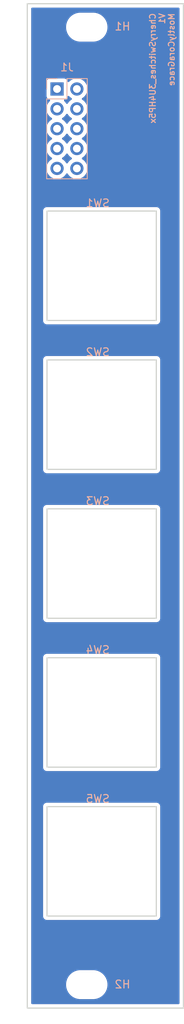
<source format=kicad_pcb>
(kicad_pcb (version 20240108) (generator "pcbnew") (generator_version "8.0")
  (layers (0 "F.Cu" signal) (31 "B.Cu" signal) (34 "B.Paste" user) (35 "F.Paste" user) (36 "B.SilkS" user "B.Silkscreen") (37 "F.SilkS" user "F.Silkscreen") (38 "B.Mask" user) (39 "F.Mask" user) (44 "Edge.Cuts" user))
  (net 0 "")
  (footprint "MountingHole:MountingHole_3.2mm_M3" (layer "B.Cu") (at 7.61962 5.425 180)
    (property "Reference" "H1" (at -4.57162 0.091 0) (layer "B.SilkS") (effects (justify mirror)))
    (property "Value" "MountingHole")
    (pad "" np_thru_hole oval (at 0 0 180) (size 4.8 3.2) (drill oval 4.8 3.2) (layers "F&B.Cu" "*.Mask"))
  )
  (footprint "EXC:SW_Cherry_MX_1.00u_Mount" (layer "B.Cu") (at 9.52498 35.95 180)
    (property "Reference" "SW1" (at 0.5 8 0) (layer "B.SilkS") (effects (justify mirror)))
    (property "Value" "SW_SPST")
    (fp_rect (start -7 7) (end 7 -7) (stroke (width 0.15)) (fill none) (layer "Edge.Cuts"))
  )
  (footprint "EXC:SW_Cherry_MX_1.00u_Mount" (layer "B.Cu") (at 9.52498 74.05 180)
    (property "Reference" "SW3" (at 0.5 8 0) (layer "B.SilkS") (effects (justify mirror)))
    (property "Value" "SW_SPST")
    (fp_rect (start -7 7) (end 7 -7) (stroke (width 0.15)) (fill none) (layer "Edge.Cuts"))
  )
  (footprint "EXC:SW_Cherry_MX_1.00u_Mount" (layer "B.Cu") (at 9.52498 112.15 180)
    (property "Reference" "SW5" (at 0.5 8 0) (layer "B.SilkS") (effects (justify mirror)))
    (property "Value" "SW_SPST")
    (fp_rect (start -7 7) (end 7 -7) (stroke (width 0.15)) (fill none) (layer "Edge.Cuts"))
  )
  (footprint "EXC:SW_Cherry_MX_1.00u_Mount" (layer "B.Cu") (at 9.52498 55 180)
    (property "Reference" "SW2" (at 0.5 8 0) (layer "B.SilkS") (effects (justify mirror)))
    (property "Value" "SW_SPST")
    (fp_rect (start -7 7) (end 7 -7) (stroke (width 0.15)) (fill none) (layer "Edge.Cuts"))
  )
  (footprint "Connector_PinSocket_2.54mm:PinSocket_2x05_P2.54mm_Vertical" (layer "B.Cu") (at 3.81 13.335 180)
    (property "Reference" "J1" (at -1.27 2.77 0) (layer "B.SilkS") (effects (justify mirror)))
    (property "Value" "Conn_02x05_Odd_Even")
    (fp_line (start 1.33 1.33) (end 0 1.33) (stroke (width 0.12)) (layer "B.SilkS"))
    (fp_line (start 1.33 0) (end 1.33 1.33) (stroke (width 0.12)) (layer "B.SilkS"))
    (fp_line (start 1.33 -1.27) (end -1.27 -1.27) (stroke (width 0.12)) (layer "B.SilkS"))
    (fp_line (start 1.33 -11.49) (end 1.33 -1.27) (stroke (width 0.12)) (layer "B.SilkS"))
    (fp_line (start 1.33 -11.49) (end -3.87 -11.49) (stroke (width 0.12)) (layer "B.SilkS"))
    (fp_line (start -1.27 1.33) (end -3.87 1.33) (stroke (width 0.12)) (layer "B.SilkS"))
    (fp_line (start -1.27 -1.27) (end -1.27 1.33) (stroke (width 0.12)) (layer "B.SilkS"))
    (fp_line (start -3.87 -11.49) (end -3.87 1.33) (stroke (width 0.12)) (layer "B.SilkS"))
    (pad "1" thru_hole rect (at 0 0 180) (size 1.7 1.7) (drill 1) (layers "*.Cu" "*.Mask"))
    (pad "2" thru_hole oval (at -2.54 0 180) (size 1.7 1.7) (drill 1) (layers "*.Cu" "*.Mask"))
    (pad "3" thru_hole oval (at 0 -2.54 180) (size 1.7 1.7) (drill 1) (layers "*.Cu" "*.Mask"))
    (pad "4" thru_hole oval (at -2.54 -2.54 180) (size 1.7 1.7) (drill 1) (layers "*.Cu" "*.Mask"))
    (pad "5" thru_hole oval (at 0 -5.08 180) (size 1.7 1.7) (drill 1) (layers "*.Cu" "*.Mask"))
    (pad "6" thru_hole oval (at -2.54 -5.08 180) (size 1.7 1.7) (drill 1) (layers "*.Cu" "*.Mask"))
    (pad "7" thru_hole oval (at 0 -7.62 180) (size 1.7 1.7) (drill 1) (layers "*.Cu" "*.Mask"))
    (pad "8" thru_hole oval (at -2.54 -7.62 180) (size 1.7 1.7) (drill 1) (layers "*.Cu" "*.Mask"))
    (pad "9" thru_hole oval (at 0 -10.16 180) (size 1.7 1.7) (drill 1) (layers "*.Cu" "*.Mask"))
    (pad "10" thru_hole oval (at -2.54 -10.16 180) (size 1.7 1.7) (drill 1) (layers "*.Cu" "*.Mask"))
  )
  (footprint "EXC:SW_Cherry_MX_1.00u_Mount" (layer "B.Cu") (at 9.52498 93.1 180)
    (property "Reference" "SW4" (at 0.5 8 0) (layer "B.SilkS") (effects (justify mirror)))
    (property "Value" "SW_SPST")
    (fp_rect (start -7 7) (end 7 -7) (stroke (width 0.15)) (fill none) (layer "Edge.Cuts"))
  )
  (footprint "MountingHole:MountingHole_3.2mm_M3" (layer "B.Cu") (at 7.61962 127.925 180)
    (property "Reference" "H2" (at -4.57162 0.036 0) (layer "B.SilkS") (effects (justify mirror)))
    (property "Value" "MountingHole")
    (pad "" np_thru_hole oval (at 0 0 180) (size 4.8 3.2) (drill oval 4.8 3.2) (layers "F&B.Cu" "*.Mask"))
  )
  (gr_rect (start 0 2.425) (end 20 130.925) (stroke (width 0.15)) (fill none) (layer "Edge.Cuts"))
  (gr_text "CherrySwitches_3U4HP5x\nV1\nMostlyCoraGrace" (at 15.621 3.556 90) (layer "B.SilkS") (effects (font (size 0.75 0.75)) (justify left top mirror)))
  (zone (net 0) (net_name "") (layers "F&B.Cu") (connect_pads (clearance 0.5)) (min_thickness 0.25) (fill yes (thermal_gap 0.5) (thermal_bridge_width 0.5) (island_removal_mode 1) (island_area_min 10))
    (polygon (pts (xy 0 2.413) (xy 20.066 2.413) (xy 20.066 130.937) (xy 0 130.937)))
  )
)
</source>
